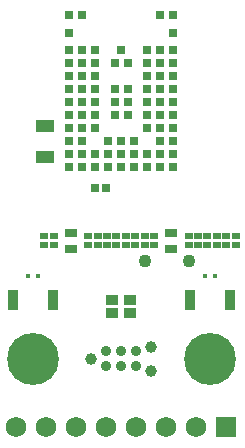
<source format=gts>
G04*
G04 #@! TF.GenerationSoftware,Altium Limited,Altium Designer,21.6.4 (81)*
G04*
G04 Layer_Color=8388736*
%FSLAX44Y44*%
%MOMM*%
G71*
G04*
G04 #@! TF.SameCoordinates,6D38FECB-4D46-452B-8F31-296BD34E144B*
G04*
G04*
G04 #@! TF.FilePolarity,Negative*
G04*
G01*
G75*
%ADD25R,0.4600X0.4500*%
%ADD26R,0.6500X0.6200*%
%ADD27R,0.9000X1.8000*%
%ADD28C,1.1000*%
%ADD29R,1.6500X1.1000*%
%ADD30C,0.8900*%
%ADD31R,1.1200X0.7400*%
%ADD32R,0.7200X0.7200*%
%ADD33R,0.7000X0.7000*%
%ADD34R,1.1000X0.9000*%
%ADD35C,1.7500*%
%ADD36R,1.7500X1.7500*%
%ADD37C,1.0000*%
%ADD38C,4.4000*%
D25*
X189200Y170000D02*
D03*
X180800D02*
D03*
X39200Y170000D02*
D03*
X30800D02*
D03*
D26*
X98000Y204000D02*
D03*
Y196000D02*
D03*
X183000D02*
D03*
Y204000D02*
D03*
X90000Y196000D02*
D03*
Y204000D02*
D03*
X106000D02*
D03*
Y196000D02*
D03*
X175000Y204000D02*
D03*
Y196000D02*
D03*
X138000Y204000D02*
D03*
Y196000D02*
D03*
X191000Y204000D02*
D03*
Y196000D02*
D03*
X45000Y204000D02*
D03*
Y196000D02*
D03*
X53000Y204000D02*
D03*
Y196000D02*
D03*
X122000Y204000D02*
D03*
Y196000D02*
D03*
X114000Y204000D02*
D03*
Y196000D02*
D03*
X199000Y204000D02*
D03*
Y196000D02*
D03*
X207000Y204000D02*
D03*
Y196000D02*
D03*
X130000Y204000D02*
D03*
Y196000D02*
D03*
X167000Y204000D02*
D03*
Y196000D02*
D03*
X82000Y204000D02*
D03*
Y196000D02*
D03*
D27*
X168000Y150000D02*
D03*
X202000D02*
D03*
X18000D02*
D03*
X52000D02*
D03*
D28*
X167000Y182500D02*
D03*
X130000D02*
D03*
D29*
X45500Y270750D02*
D03*
Y296750D02*
D03*
D30*
X97300Y93750D02*
D03*
Y106450D02*
D03*
X110000Y93750D02*
D03*
Y106450D02*
D03*
X122700Y93750D02*
D03*
Y106450D02*
D03*
D31*
X152500Y192900D02*
D03*
Y206600D02*
D03*
X67500D02*
D03*
Y192900D02*
D03*
D32*
X88000Y244750D02*
D03*
X97000D02*
D03*
D33*
X104500Y350000D02*
D03*
X66000Y391000D02*
D03*
Y376000D02*
D03*
X66000Y361000D02*
D03*
Y350000D02*
D03*
Y339000D02*
D03*
Y328000D02*
D03*
Y317000D02*
D03*
Y306000D02*
D03*
Y295000D02*
D03*
Y284000D02*
D03*
Y273000D02*
D03*
Y262000D02*
D03*
X77000Y391000D02*
D03*
X77000Y361000D02*
D03*
Y350000D02*
D03*
Y339000D02*
D03*
Y328000D02*
D03*
Y317000D02*
D03*
Y306000D02*
D03*
Y295000D02*
D03*
Y284000D02*
D03*
Y273000D02*
D03*
Y262000D02*
D03*
X88000Y361000D02*
D03*
Y350000D02*
D03*
Y339000D02*
D03*
Y328000D02*
D03*
Y317000D02*
D03*
Y306000D02*
D03*
Y295000D02*
D03*
Y273000D02*
D03*
Y262000D02*
D03*
X99000Y284000D02*
D03*
Y273000D02*
D03*
Y262000D02*
D03*
X110000Y361000D02*
D03*
X104500Y328000D02*
D03*
Y306000D02*
D03*
X110000Y284000D02*
D03*
Y273000D02*
D03*
Y262000D02*
D03*
X121000Y284000D02*
D03*
Y273000D02*
D03*
Y262000D02*
D03*
X132000Y361000D02*
D03*
Y350000D02*
D03*
Y339000D02*
D03*
Y328000D02*
D03*
Y317000D02*
D03*
Y306000D02*
D03*
Y295000D02*
D03*
Y273000D02*
D03*
Y262000D02*
D03*
X143000Y391000D02*
D03*
X143000Y361000D02*
D03*
Y350000D02*
D03*
Y339000D02*
D03*
Y328000D02*
D03*
Y317000D02*
D03*
Y306000D02*
D03*
Y295000D02*
D03*
Y284000D02*
D03*
Y273000D02*
D03*
Y262000D02*
D03*
X154000Y391000D02*
D03*
Y376000D02*
D03*
Y361000D02*
D03*
Y350000D02*
D03*
Y339000D02*
D03*
Y328000D02*
D03*
Y317000D02*
D03*
Y306000D02*
D03*
Y295000D02*
D03*
Y284000D02*
D03*
Y273000D02*
D03*
Y262000D02*
D03*
X104500Y317000D02*
D03*
X115500Y350000D02*
D03*
Y328000D02*
D03*
Y306000D02*
D03*
Y317000D02*
D03*
D34*
X102500Y150000D02*
D03*
X117500D02*
D03*
Y139000D02*
D03*
X102500D02*
D03*
D35*
X21100Y42200D02*
D03*
X46500D02*
D03*
X148100D02*
D03*
X173500D02*
D03*
X122700D02*
D03*
X97300D02*
D03*
X71900D02*
D03*
D36*
X198900D02*
D03*
D37*
X84600Y100100D02*
D03*
X135400Y110260D02*
D03*
Y89940D02*
D03*
D38*
X35000Y100000D02*
D03*
X185000D02*
D03*
M02*

</source>
